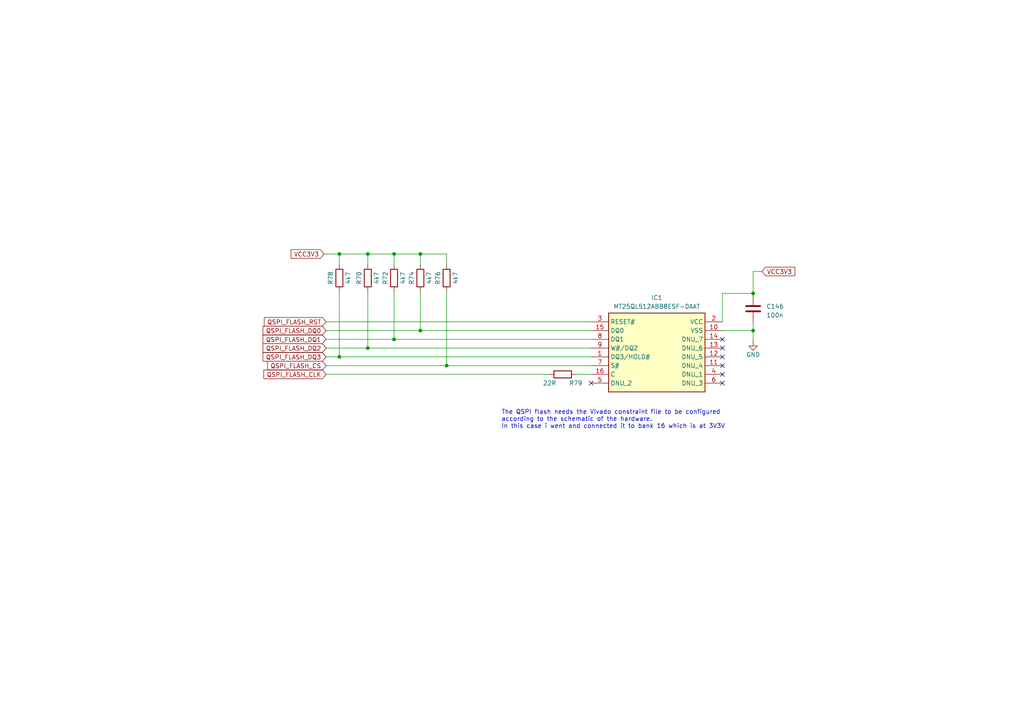
<source format=kicad_sch>
(kicad_sch (version 20230121) (generator eeschema)
  (paper "A4")
  (lib_symbols
    (symbol "Device:C" (pin_numbers hide) (pin_names (offset 0.254))
      (property "Reference" "C" (at 0.635 2.54 0))
      (property "Value" "C" (at 0.635 -2.54 0))
      (symbol "C_0_1"
        (polyline (pts (xy -2.032 -0.762) (xy 2.032 -0.762)) (stroke (width 0.508)))
        (polyline (pts (xy -2.032 0.762) (xy 2.032 0.762)) (stroke (width 0.508)))
      )
      (symbol "C_1_1"
        (pin passive line (at 0 3.81 270) (length 2.794) (name "~") (number "1"))
        (pin passive line (at 0 -3.81 90) (length 2.794) (name "~") (number "2"))
      )
    )
    (symbol "Device:R" (pin_numbers hide) (pin_names (offset 0))
      (property "Reference" "R" (at 2.032 0 90))
      (property "Value" "R" (at 0 0 90))
      (symbol "R_0_1"
        (rectangle (start -1.016 -2.54) (end 1.016 2.54) (stroke (width 0.254)))
      )
      (symbol "R_1_1"
        (pin passive line (at 0 3.81 270) (length 1.27) (name "~") (number "1"))
        (pin passive line (at 0 -3.81 90) (length 1.27) (name "~") (number "2"))
      )
    )
    (symbol "MT25QL512ABB8ESF-0AAT:MT25QL512ABB8ESF-0AAT"
      (property "Reference" "IC1" (at 19.05 6.985 0))
      (property "Value" "MT25QL512ABB8ESF-0AAT" (at 19.05 4.445 0))
      (symbol "MT25QL512ABB8ESF-0AAT_1_1"
        (rectangle (start 5.08 2.54) (end 33.02 -20.32) (stroke (width 0.254)) (fill (type background)))
        (pin passive line (at 0 -10.16 0) (length 5.08) (name "DQ3/HOLD#") (number "1"))
        (pin passive line (at 38.1 -2.54 180) (length 5.08) (name "VSS") (number "10"))
        (pin passive line (at 38.1 -12.7 180) (length 5.08) (name "DNU_4") (number "11"))
        (pin passive line (at 38.1 -10.16 180) (length 5.08) (name "DNU_5") (number "12"))
        (pin passive line (at 38.1 -7.62 180) (length 5.08) (name "DNU_6") (number "13"))
        (pin passive line (at 38.1 -5.08 180) (length 5.08) (name "DNU_7") (number "14"))
        (pin passive line (at 0 -2.54 0) (length 5.08) (name "DQ0") (number "15"))
        (pin passive line (at 0 -15.24 0) (length 5.08) (name "C") (number "16"))
        (pin passive line (at 38.1 0 180) (length 5.08) (name "VCC") (number "2"))
        (pin passive line (at 0 0 0) (length 5.08) (name "RESET#") (number "3"))
        (pin passive line (at 38.1 -15.24 180) (length 5.08) (name "DNU_1") (number "4"))
        (pin passive line (at 0 -17.78 0) (length 5.08) (name "DNU_2") (number "5"))
        (pin passive line (at 38.1 -17.78 180) (length 5.08) (name "DNU_3") (number "6"))
        (pin passive line (at 0 -12.7 0) (length 5.08) (name "S#") (number "7"))
        (pin passive line (at 0 -5.08 0) (length 5.08) (name "DQ1") (number "8"))
        (pin passive line (at 0 -7.62 0) (length 5.08) (name "W#/DQ2") (number "9"))
      )
    )
    (symbol "antmicropower:GND" (power) (pin_numbers hide) (pin_names hide)
      (property "Value" "GND" (at 8.89 -5.08 0))
      (symbol "GND_1_1"
        (polyline (pts (xy 0 0) (xy 0 -1.27) (xy 1.27 -1.27) (xy 0 -2.54) (xy -1.27 -1.27) (xy 0 -1.27)))
        (pin power_in line (at 0 0 270) (length 0) (name "GND") (number "1"))
      )
    )
  )
  (junction (at 114.3 73.66))
  (junction (at 121.92 95.885))
  (junction (at 106.68 73.66))
  (junction (at 121.92 73.66))
  (junction (at 129.54 106.045))
  (junction (at 106.68 100.965))
  (junction (at 218.44 95.885))
  (junction (at 218.44 85.09))
  (junction (at 114.3 98.425))
  (junction (at 98.425 73.66))
  (junction (at 98.425 103.505))
  (no_connect (at 209.55 106.045))
  (no_connect (at 209.55 98.425))
  (no_connect (at 171.45 111.125))
  (no_connect (at 209.55 108.585))
  (no_connect (at 209.55 100.965))
  (no_connect (at 209.55 103.505))
  (no_connect (at 209.55 111.125))
  (wire (pts (xy 94.615 100.965) (xy 106.68 100.965)))
  (wire (pts (xy 114.3 98.425) (xy 171.45 98.425)))
  (wire (pts (xy 218.44 78.74) (xy 218.44 85.09)))
  (wire (pts (xy 218.44 85.725) (xy 218.44 85.09)))
  (wire (pts (xy 98.425 73.66) (xy 98.425 76.835)))
  (wire (pts (xy 218.44 95.885) (xy 218.44 99.06)))
  (wire (pts (xy 129.54 76.835) (xy 129.54 73.66)))
  (wire (pts (xy 114.3 84.455) (xy 114.3 98.425)))
  (wire (pts (xy 114.3 73.66) (xy 106.68 73.66)))
  (wire (pts (xy 94.615 108.585) (xy 159.385 108.585)))
  (wire (pts (xy 121.92 73.66) (xy 121.92 76.835)))
  (wire (pts (xy 218.44 93.345) (xy 218.44 95.885)))
  (wire (pts (xy 93.98 73.66) (xy 98.425 73.66)))
  (wire (pts (xy 209.55 85.09) (xy 209.55 93.345)))
  (wire (pts (xy 218.44 85.09) (xy 209.55 85.09)))
  (wire (pts (xy 106.68 73.66) (xy 98.425 73.66)))
  (wire (pts (xy 94.615 103.505) (xy 98.425 103.505)))
  (wire (pts (xy 106.68 73.66) (xy 106.68 76.835)))
  (wire (pts (xy 129.54 106.045) (xy 171.45 106.045)))
  (wire (pts (xy 209.55 95.885) (xy 218.44 95.885)))
  (wire (pts (xy 167.005 108.585) (xy 171.45 108.585)))
  (wire (pts (xy 121.92 95.885) (xy 171.45 95.885)))
  (wire (pts (xy 129.54 73.66) (xy 121.92 73.66)))
  (wire (pts (xy 94.615 98.425) (xy 114.3 98.425)))
  (wire (pts (xy 106.68 84.455) (xy 106.68 100.965)))
  (wire (pts (xy 129.54 84.455) (xy 129.54 106.045)))
  (wire (pts (xy 121.92 73.66) (xy 114.3 73.66)))
  (wire (pts (xy 106.68 100.965) (xy 171.45 100.965)))
  (wire (pts (xy 220.98 78.74) (xy 218.44 78.74)))
  (wire (pts (xy 94.615 93.345) (xy 171.45 93.345)))
  (wire (pts (xy 98.425 103.505) (xy 171.45 103.505)))
  (wire (pts (xy 114.3 73.66) (xy 114.3 76.835)))
  (wire (pts (xy 98.425 84.455) (xy 98.425 103.505)))
  (wire (pts (xy 94.615 106.045) (xy 129.54 106.045)))
  (wire (pts (xy 94.615 95.885) (xy 121.92 95.885)))
  (wire (pts (xy 121.92 84.455) (xy 121.92 95.885)))
  (text "The QSPI flash needs the Vivado constraint file to be configured \naccording to the schematic of the hardware. \nIn this case i went and connected it to bank 16 which is at 3V3V\n" (at 145.415 124.46 0) (effects (font (size 1.27 1.27)) (justify left bottom)))
  (global_label "QSPI_FLASH_DQ0" (shape input) (at 94.615 95.885 180) (property "Intersheetrefs" "${INTERSHEET_REFS}" (effects hide)))
  (global_label "QSPI_FLASH_CLK" (shape input) (at 94.615 108.585 180) (property "Intersheetrefs" "${INTERSHEET_REFS}" (effects hide)))
  (global_label "VCC3V3" (shape input) (at 93.98 73.66 180) (property "Intersheetrefs" "${INTERSHEET_REFS}" (effects hide)))
  (global_label "QSPI_FLASH_DQ3" (shape input) (at 94.615 103.505 180) (property "Intersheetrefs" "${INTERSHEET_REFS}" (effects hide)))
  (global_label "QSPI_FLASH_DQ1" (shape input) (at 94.615 98.425 180) (property "Intersheetrefs" "${INTERSHEET_REFS}" (effects hide)))
  (global_label "VCC3V3" (shape input) (at 220.98 78.74 0) (property "Intersheetrefs" "${INTERSHEET_REFS}" (effects hide)))
  (global_label "QSPI_FLASH_DQ2" (shape input) (at 94.615 100.965 180) (property "Intersheetrefs" "${INTERSHEET_REFS}" (effects hide)))
  (global_label "QSPI_FLASH_CS" (shape input) (at 94.615 106.045 180) (property "Intersheetrefs" "${INTERSHEET_REFS}" (effects hide)))
  (global_label "QSPI_FLASH_RST" (shape input) (at 94.615 93.345 180) (property "Intersheetrefs" "${INTERSHEET_REFS}" (effects hide)))
  (symbol (lib_id "Device:R") (at 98.425 80.645 180) (unit 1)
    (property "Reference" "R78" (at 95.885 80.645 90))
    (property "Value" "4k7" (at 100.965 80.645 90))
    (property "Footprint" "RC0402FR_074K7L:RESC1005X40" (effects hide))
  )
  (symbol (lib_id "Device:R") (at 163.195 108.585 270) (unit 1)
    (property "Reference" "R79" (at 167.005 111.125 90))
    (property "Value" "22R" (at 159.385 111.125 90))
    (property "Footprint" "RC0402FR_0722RL:RC0402N_YAG" (effects hide))
  )
  (symbol (lib_id "Device:R") (at 114.3 80.645 180) (unit 1)
    (property "Reference" "R72" (at 111.76 80.645 90))
    (property "Value" "4k7" (at 116.84 80.645 90))
    (property "Footprint" "RC0402FR_074K7L:RESC1005X40" (effects hide))
  )
  (symbol (lib_id "Device:R") (at 106.68 80.645 180) (unit 1)
    (property "Reference" "R70" (at 104.14 80.645 90))
    (property "Value" "4k7" (at 109.22 80.645 90))
    (property "Footprint" "RC0402FR_074K7L:RESC1005X40" (effects hide))
  )
  (symbol (lib_id "Device:R") (at 121.92 80.645 180) (unit 1)
    (property "Reference" "R74" (at 119.38 80.645 90))
    (property "Value" "4k7" (at 124.46 80.645 90))
    (property "Footprint" "RC0402FR_074K7L:RESC1005X40" (effects hide))
  )
  (symbol (lib_id "Device:R") (at 129.54 80.645 180) (unit 1)
    (property "Reference" "R76" (at 127 80.645 90))
    (property "Value" "4k7" (at 132.08 80.645 90))
    (property "Footprint" "RC0402FR_074K7L:RESC1005X40" (effects hide))
  )
  (symbol (lib_id "Device:C") (at 218.44 89.535 0) (unit 1)
    (property "Reference" "C146" (at 222.25 88.9 0) (effects (justify left)))
    (property "Value" "100n" (at 222.25 91.44 0) (effects (justify left)))
    (property "Footprint" "GRM155R71C104KA88J:G-155_MUR" (effects hide))
  )
  (symbol (lib_id "MT25QL512ABB8ESF-0AAT:MT25QL512ABB8ESF-0AAT") (at 171.45 93.345 0) (unit 1)
    (property "Reference" "IC1" (at 190.5 86.36 0))
    (property "Value" "MT25QL512ABB8ESF-0AAT" (at 190.5 88.9 0))
    (property "Footprint" "MT25QL512ABB8ESF-0AAT:SOIC127P1032X265-16N" (effects hide))
    (property "Datasheet" "https://media-www.micron.com/-/media/client/global/documents/products/data-sheet/nor-flash/serial-nor/mt25q/die-rev-b/mt25q_qlkt_l_512_abb_0.pdf?rev=0ef0faa5f7b645d7bc11c30bfd27505b" (effects hide))
    (property "Height" "2.65" (effects hide))
    (property "Mouser Part Number" "340-285789-TRAY" (effects hide))
    (property "Mouser Price/Stock" "https://www.mouser.co.uk/ProductDetail/Micron/MT25QL512ABB8ESF-0AAT?qs=rrS6PyfT74da2PZ8DoLIJg%3D%3D" (effects hide))
    (property "Manufacturer_Name" "Micron" (effects hide))
    (property "Manufacturer_Part_Number" "MT25QL512ABB8ESF-0AAT" (effects hide))
  )
  (symbol (lib_id "antmicropower:GND") (at 218.44 99.06 0) (unit 1)
    (property "Reference" "#PWR049" (effects hide))
    (property "Value" "GND" (at 218.44 102.87 0))
    (property "Author" "Antmicro" (effects hide))
    (property "License" "Apache-2.0" (effects hide))
    (instances (project "FPGA_dev_board" (path "" (reference "#PWR049") (unit 1)) (path "" (reference "#PWR089") (unit 1))) (project "artix-dc-scm" (path "" (reference "#PWR045") (unit 1))))
  )
)
</source>
